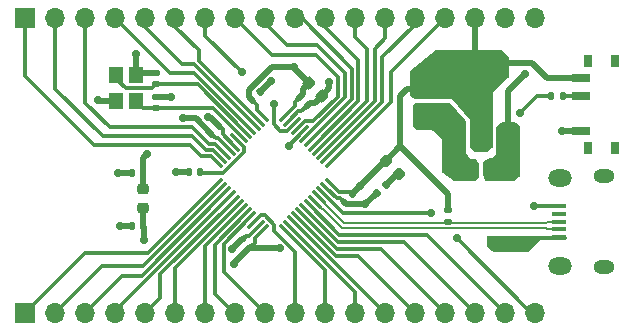
<source format=gbr>
%TF.GenerationSoftware,KiCad,Pcbnew,9.0.1*%
%TF.CreationDate,2025-04-04T14:44:14+02:00*%
%TF.ProjectId,stm32_red_pill,73746d33-325f-4726-9564-5f70696c6c2e,rev?*%
%TF.SameCoordinates,Original*%
%TF.FileFunction,Copper,L1,Top*%
%TF.FilePolarity,Positive*%
%FSLAX46Y46*%
G04 Gerber Fmt 4.6, Leading zero omitted, Abs format (unit mm)*
G04 Created by KiCad (PCBNEW 9.0.1) date 2025-04-04 14:44:14*
%MOMM*%
%LPD*%
G01*
G04 APERTURE LIST*
G04 Aperture macros list*
%AMRoundRect*
0 Rectangle with rounded corners*
0 $1 Rounding radius*
0 $2 $3 $4 $5 $6 $7 $8 $9 X,Y pos of 4 corners*
0 Add a 4 corners polygon primitive as box body*
4,1,4,$2,$3,$4,$5,$6,$7,$8,$9,$2,$3,0*
0 Add four circle primitives for the rounded corners*
1,1,$1+$1,$2,$3*
1,1,$1+$1,$4,$5*
1,1,$1+$1,$6,$7*
1,1,$1+$1,$8,$9*
0 Add four rect primitives between the rounded corners*
20,1,$1+$1,$2,$3,$4,$5,0*
20,1,$1+$1,$4,$5,$6,$7,0*
20,1,$1+$1,$6,$7,$8,$9,0*
20,1,$1+$1,$8,$9,$2,$3,0*%
G04 Aperture macros list end*
%TA.AperFunction,SMDPad,CuDef*%
%ADD10RoundRect,0.135000X-0.185000X0.135000X-0.185000X-0.135000X0.185000X-0.135000X0.185000X0.135000X0*%
%TD*%
%TA.AperFunction,SMDPad,CuDef*%
%ADD11RoundRect,0.225000X-0.335876X-0.017678X-0.017678X-0.335876X0.335876X0.017678X0.017678X0.335876X0*%
%TD*%
%TA.AperFunction,SMDPad,CuDef*%
%ADD12RoundRect,0.140000X0.140000X0.170000X-0.140000X0.170000X-0.140000X-0.170000X0.140000X-0.170000X0*%
%TD*%
%TA.AperFunction,ComponentPad*%
%ADD13R,1.700000X1.700000*%
%TD*%
%TA.AperFunction,ComponentPad*%
%ADD14O,1.700000X1.700000*%
%TD*%
%TA.AperFunction,SMDPad,CuDef*%
%ADD15RoundRect,0.075000X-0.521491X0.415425X0.415425X-0.521491X0.521491X-0.415425X-0.415425X0.521491X0*%
%TD*%
%TA.AperFunction,SMDPad,CuDef*%
%ADD16RoundRect,0.075000X-0.521491X-0.415425X-0.415425X-0.521491X0.521491X0.415425X0.415425X0.521491X0*%
%TD*%
%TA.AperFunction,SMDPad,CuDef*%
%ADD17R,1.300000X0.450000*%
%TD*%
%TA.AperFunction,HeatsinkPad*%
%ADD18O,1.800000X1.150000*%
%TD*%
%TA.AperFunction,HeatsinkPad*%
%ADD19O,2.000000X1.450000*%
%TD*%
%TA.AperFunction,SMDPad,CuDef*%
%ADD20RoundRect,0.140000X0.170000X-0.140000X0.170000X0.140000X-0.170000X0.140000X-0.170000X-0.140000X0*%
%TD*%
%TA.AperFunction,SMDPad,CuDef*%
%ADD21R,0.800000X1.000000*%
%TD*%
%TA.AperFunction,SMDPad,CuDef*%
%ADD22R,1.500000X0.700000*%
%TD*%
%TA.AperFunction,SMDPad,CuDef*%
%ADD23RoundRect,0.140000X-0.219203X-0.021213X-0.021213X-0.219203X0.219203X0.021213X0.021213X0.219203X0*%
%TD*%
%TA.AperFunction,SMDPad,CuDef*%
%ADD24RoundRect,0.140000X0.219203X0.021213X0.021213X0.219203X-0.219203X-0.021213X-0.021213X-0.219203X0*%
%TD*%
%TA.AperFunction,SMDPad,CuDef*%
%ADD25RoundRect,0.135000X-0.035355X0.226274X-0.226274X0.035355X0.035355X-0.226274X0.226274X-0.035355X0*%
%TD*%
%TA.AperFunction,SMDPad,CuDef*%
%ADD26RoundRect,0.375000X0.375000X-0.625000X0.375000X0.625000X-0.375000X0.625000X-0.375000X-0.625000X0*%
%TD*%
%TA.AperFunction,SMDPad,CuDef*%
%ADD27RoundRect,0.500000X1.400000X-0.500000X1.400000X0.500000X-1.400000X0.500000X-1.400000X-0.500000X0*%
%TD*%
%TA.AperFunction,SMDPad,CuDef*%
%ADD28RoundRect,0.218750X-0.256250X0.218750X-0.256250X-0.218750X0.256250X-0.218750X0.256250X0.218750X0*%
%TD*%
%TA.AperFunction,SMDPad,CuDef*%
%ADD29RoundRect,0.135000X0.135000X0.185000X-0.135000X0.185000X-0.135000X-0.185000X0.135000X-0.185000X0*%
%TD*%
%TA.AperFunction,SMDPad,CuDef*%
%ADD30RoundRect,0.140000X-0.021213X0.219203X-0.219203X0.021213X0.021213X-0.219203X0.219203X-0.021213X0*%
%TD*%
%TA.AperFunction,SMDPad,CuDef*%
%ADD31RoundRect,0.250000X-0.475000X0.250000X-0.475000X-0.250000X0.475000X-0.250000X0.475000X0.250000X0*%
%TD*%
%TA.AperFunction,SMDPad,CuDef*%
%ADD32RoundRect,0.250000X0.250000X0.475000X-0.250000X0.475000X-0.250000X-0.475000X0.250000X-0.475000X0*%
%TD*%
%TA.AperFunction,SMDPad,CuDef*%
%ADD33R,1.200000X1.400000*%
%TD*%
%TA.AperFunction,SMDPad,CuDef*%
%ADD34RoundRect,0.218750X0.335876X0.026517X0.026517X0.335876X-0.335876X-0.026517X-0.026517X-0.335876X0*%
%TD*%
%TA.AperFunction,SMDPad,CuDef*%
%ADD35RoundRect,0.140000X0.021213X-0.219203X0.219203X-0.021213X-0.021213X0.219203X-0.219203X0.021213X0*%
%TD*%
%TA.AperFunction,ViaPad*%
%ADD36C,0.700000*%
%TD*%
%TA.AperFunction,Conductor*%
%ADD37C,0.500000*%
%TD*%
%TA.AperFunction,Conductor*%
%ADD38C,0.300000*%
%TD*%
%TA.AperFunction,Conductor*%
%ADD39C,0.200000*%
%TD*%
G04 APERTURE END LIST*
D10*
%TO.P,R2,1*%
%TO.N,+3.3V*%
X123700000Y-105240001D03*
%TO.P,R2,2*%
%TO.N,/USB_D+*%
X123700000Y-106259999D03*
%TD*%
D11*
%TO.P,C5,1*%
%TO.N,+3.3V*%
X111923241Y-94483901D03*
%TO.P,C5,2*%
%TO.N,GND*%
X113019257Y-95579917D03*
%TD*%
D12*
%TO.P,C7,1*%
%TO.N,+3.3VA*%
X97880000Y-102112499D03*
%TO.P,C7,2*%
%TO.N,GND*%
X96920000Y-102112499D03*
%TD*%
D13*
%TO.P,J2,1,Pin_1*%
%TO.N,/PA2*%
X87900000Y-89000000D03*
D14*
%TO.P,J2,2,Pin_2*%
%TO.N,/PA1*%
X90440000Y-89000000D03*
%TO.P,J2,3,Pin_3*%
%TO.N,/PA0*%
X92980000Y-89000000D03*
%TO.P,J2,4,Pin_4*%
%TO.N,/PC15*%
X95520000Y-89000000D03*
%TO.P,J2,5,Pin_5*%
%TO.N,/PC14*%
X98060000Y-89000000D03*
%TO.P,J2,6,Pin_6*%
%TO.N,/PC13*%
X100600000Y-89000000D03*
%TO.P,J2,7,Pin_7*%
%TO.N,/PB9*%
X103140000Y-89000000D03*
%TO.P,J2,8,Pin_8*%
%TO.N,/PB8*%
X105680000Y-89000000D03*
%TO.P,J2,9,Pin_9*%
%TO.N,/PB7*%
X108220000Y-89000000D03*
%TO.P,J2,10,Pin_10*%
%TO.N,/PB6*%
X110760000Y-89000000D03*
%TO.P,J2,11,Pin_11*%
%TO.N,/PB5*%
X113300000Y-89000000D03*
%TO.P,J2,12,Pin_12*%
%TO.N,/PB4*%
X115840000Y-89000000D03*
%TO.P,J2,13,Pin_13*%
%TO.N,/PB3*%
X118380000Y-89000000D03*
%TO.P,J2,14,Pin_14*%
%TO.N,/PA15*%
X120920000Y-89000000D03*
%TO.P,J2,15,Pin_15*%
%TO.N,/PA14*%
X123460000Y-89000000D03*
%TO.P,J2,16,Pin_16*%
%TO.N,+3.3V*%
X126000000Y-89000000D03*
%TO.P,J2,17,Pin_17*%
%TO.N,GND*%
X128540000Y-89000000D03*
%TO.P,J2,18,Pin_18*%
%TO.N,VBUS*%
X131080000Y-89000000D03*
%TD*%
D15*
%TO.P,U1,1,VBAT*%
%TO.N,+3.3V*%
X107951212Y-97262124D03*
%TO.P,U1,2,PC13*%
%TO.N,/PC13*%
X107597658Y-97615678D03*
%TO.P,U1,3,PC14*%
%TO.N,/PC14*%
X107244105Y-97969231D03*
%TO.P,U1,4,PC15*%
%TO.N,/PC15*%
X106890551Y-98322785D03*
%TO.P,U1,5,PD0*%
%TO.N,/HSE_IN*%
X106536998Y-98676338D03*
%TO.P,U1,6,PD1*%
%TO.N,/HSE_OUT*%
X106183445Y-99029891D03*
%TO.P,U1,7,NRST*%
%TO.N,/NRST*%
X105829891Y-99383445D03*
%TO.P,U1,8,VSSA*%
%TO.N,GND*%
X105476338Y-99736998D03*
%TO.P,U1,9,VDDA*%
%TO.N,+3.3VA*%
X105122785Y-100090551D03*
%TO.P,U1,10,PA0*%
%TO.N,/PA0*%
X104769231Y-100444105D03*
%TO.P,U1,11,PA1*%
%TO.N,/PA1*%
X104415678Y-100797658D03*
%TO.P,U1,12,PA2*%
%TO.N,/PA2*%
X104062124Y-101151212D03*
D16*
%TO.P,U1,13,PA3*%
%TO.N,/PA3*%
X104062124Y-103148788D03*
%TO.P,U1,14,PA4*%
%TO.N,/PA4*%
X104415678Y-103502342D03*
%TO.P,U1,15,PA5*%
%TO.N,/PA5*%
X104769231Y-103855895D03*
%TO.P,U1,16,PA6*%
%TO.N,/PA6*%
X105122785Y-104209449D03*
%TO.P,U1,17,PA7*%
%TO.N,/PA7*%
X105476338Y-104563002D03*
%TO.P,U1,18,PB0*%
%TO.N,/PB0*%
X105829891Y-104916555D03*
%TO.P,U1,19,PB1*%
%TO.N,/PB1*%
X106183445Y-105270109D03*
%TO.P,U1,20,PB2*%
%TO.N,/PB2*%
X106536998Y-105623662D03*
%TO.P,U1,21,PB10*%
%TO.N,/PB10*%
X106890551Y-105977215D03*
%TO.P,U1,22,PB11*%
%TO.N,/PB11*%
X107244105Y-106330769D03*
%TO.P,U1,23,VSS*%
%TO.N,GND*%
X107597658Y-106684322D03*
%TO.P,U1,24,VDD*%
%TO.N,+3.3V*%
X107951212Y-107037876D03*
D15*
%TO.P,U1,25,PB12*%
%TO.N,/PB12*%
X109948788Y-107037876D03*
%TO.P,U1,26,PB13*%
%TO.N,/PB13*%
X110302342Y-106684322D03*
%TO.P,U1,27,PB14*%
%TO.N,/PB14*%
X110655895Y-106330769D03*
%TO.P,U1,28,PB15*%
%TO.N,/PB15*%
X111009449Y-105977215D03*
%TO.P,U1,29,PA8*%
%TO.N,/PA8*%
X111363002Y-105623662D03*
%TO.P,U1,30,PA9*%
%TO.N,/PA9*%
X111716555Y-105270109D03*
%TO.P,U1,31,PA10*%
%TO.N,/PA10*%
X112070109Y-104916555D03*
%TO.P,U1,32,PA11*%
%TO.N,/USB_D-*%
X112423662Y-104563002D03*
%TO.P,U1,33,PA12*%
%TO.N,/USB_D+*%
X112777215Y-104209449D03*
%TO.P,U1,34,PA13*%
%TO.N,/PA13*%
X113130769Y-103855895D03*
%TO.P,U1,35,VSS*%
%TO.N,GND*%
X113484322Y-103502342D03*
%TO.P,U1,36,VDD*%
%TO.N,+3.3V*%
X113837876Y-103148788D03*
D16*
%TO.P,U1,37,PA14*%
%TO.N,/PA14*%
X113837876Y-101151212D03*
%TO.P,U1,38,PA15*%
%TO.N,/PA15*%
X113484322Y-100797658D03*
%TO.P,U1,39,PB3*%
%TO.N,/PB3*%
X113130769Y-100444105D03*
%TO.P,U1,40,PB4*%
%TO.N,/PB4*%
X112777215Y-100090551D03*
%TO.P,U1,41,PB5*%
%TO.N,/PB5*%
X112423662Y-99736998D03*
%TO.P,U1,42,PB6*%
%TO.N,/PB6*%
X112070109Y-99383445D03*
%TO.P,U1,43,PB7*%
%TO.N,/PB7*%
X111716555Y-99029891D03*
%TO.P,U1,44,BOOT0*%
%TO.N,/BOOT0*%
X111363002Y-98676338D03*
%TO.P,U1,45,PB8*%
%TO.N,/PB8*%
X111009449Y-98322785D03*
%TO.P,U1,46,PB9*%
%TO.N,/PB9*%
X110655895Y-97969231D03*
%TO.P,U1,47,VSS*%
%TO.N,GND*%
X110302342Y-97615678D03*
%TO.P,U1,48,VDD*%
%TO.N,+3.3V*%
X109948788Y-97262124D03*
%TD*%
D17*
%TO.P,J1,1,VBUS*%
%TO.N,VBUS*%
X133095000Y-107555000D03*
%TO.P,J1,2,D-*%
%TO.N,/USB_D-*%
X133095000Y-106905000D03*
%TO.P,J1,3,D+*%
%TO.N,/USB_D+*%
X133095000Y-106255000D03*
%TO.P,J1,4,ID*%
%TO.N,unconnected-(J1-ID-Pad4)*%
X133095000Y-105605000D03*
%TO.P,J1,5,GND*%
%TO.N,GND*%
X133095000Y-104955000D03*
D18*
%TO.P,J1,6,Shield*%
%TO.N,unconnected-(J1-Shield-Pad6)_2*%
X136945000Y-110130000D03*
D19*
%TO.N,unconnected-(J1-Shield-Pad6)_3*%
X133145000Y-109980000D03*
%TO.N,unconnected-(J1-Shield-Pad6)*%
X133145000Y-102530000D03*
D18*
%TO.N,unconnected-(J1-Shield-Pad6)_1*%
X136945000Y-102380000D03*
%TD*%
D20*
%TO.P,C11,1*%
%TO.N,/HSE_OUT*%
X98950000Y-96660000D03*
%TO.P,C11,2*%
%TO.N,GND*%
X98950000Y-95700000D03*
%TD*%
D13*
%TO.P,J3,1,Pin_1*%
%TO.N,/PA3*%
X87900000Y-114000000D03*
D14*
%TO.P,J3,2,Pin_2*%
%TO.N,/PA4*%
X90440000Y-114000000D03*
%TO.P,J3,3,Pin_3*%
%TO.N,/PA5*%
X92980000Y-114000000D03*
%TO.P,J3,4,Pin_4*%
%TO.N,/PA6*%
X95520000Y-114000000D03*
%TO.P,J3,5,Pin_5*%
%TO.N,/PA7*%
X98060000Y-114000000D03*
%TO.P,J3,6,Pin_6*%
%TO.N,/PB0*%
X100600000Y-114000000D03*
%TO.P,J3,7,Pin_7*%
%TO.N,/PB1*%
X103140000Y-114000000D03*
%TO.P,J3,8,Pin_8*%
%TO.N,/PB2*%
X105680000Y-114000000D03*
%TO.P,J3,9,Pin_9*%
%TO.N,/PB10*%
X108220000Y-114000000D03*
%TO.P,J3,10,Pin_10*%
%TO.N,/PB11*%
X110760000Y-114000000D03*
%TO.P,J3,11,Pin_11*%
%TO.N,/PB12*%
X113300000Y-114000000D03*
%TO.P,J3,12,Pin_12*%
%TO.N,/PB13*%
X115840000Y-114000000D03*
%TO.P,J3,13,Pin_13*%
%TO.N,/PB14*%
X118380000Y-114000000D03*
%TO.P,J3,14,Pin_14*%
%TO.N,/PB15*%
X120920000Y-114000000D03*
%TO.P,J3,15,Pin_15*%
%TO.N,/PA8*%
X123460000Y-114000000D03*
%TO.P,J3,16,Pin_16*%
%TO.N,/PA9*%
X126000000Y-114000000D03*
%TO.P,J3,17,Pin_17*%
%TO.N,/PA10*%
X128540000Y-114000000D03*
%TO.P,J3,18,Pin_18*%
%TO.N,/PA13*%
X131080000Y-114000000D03*
%TD*%
D21*
%TO.P,SW1,*%
%TO.N,*%
X135595000Y-100000000D03*
X137805000Y-100000000D03*
X135595000Y-92700000D03*
X137805000Y-92700000D03*
D22*
%TO.P,SW1,1,A*%
%TO.N,GND*%
X134945000Y-98600000D03*
%TO.P,SW1,2,B*%
%TO.N,/SW_BOOT0*%
X134945000Y-95600000D03*
%TO.P,SW1,3,C*%
%TO.N,+3.3V*%
X134945000Y-94100000D03*
%TD*%
D12*
%TO.P,C9,1*%
%TO.N,/NRST*%
X102690589Y-102089411D03*
%TO.P,C9,2*%
%TO.N,GND*%
X101730589Y-102089411D03*
%TD*%
D23*
%TO.P,C2,1*%
%TO.N,+3.3V*%
X111071178Y-95753158D03*
%TO.P,C2,2*%
%TO.N,GND*%
X111750000Y-96431980D03*
%TD*%
D24*
%TO.P,C4,1*%
%TO.N,+3.3V*%
X107000000Y-108378822D03*
%TO.P,C4,2*%
%TO.N,GND*%
X106321178Y-107700000D03*
%TD*%
D20*
%TO.P,C10,1*%
%TO.N,/HSE_IN*%
X98950000Y-94640000D03*
%TO.P,C10,2*%
%TO.N,GND*%
X98950000Y-93680000D03*
%TD*%
D25*
%TO.P,R3,1*%
%TO.N,/PWR_LED_K*%
X118410624Y-103139376D03*
%TO.P,R3,2*%
%TO.N,GND*%
X117689376Y-103860624D03*
%TD*%
D26*
%TO.P,U2,1,GND*%
%TO.N,GND*%
X124200000Y-99150000D03*
%TO.P,U2,2,VO*%
%TO.N,+3.3V*%
X126500000Y-99149999D03*
D27*
X126500000Y-92850001D03*
D26*
%TO.P,U2,3,VI*%
%TO.N,VBUS*%
X128800000Y-99150000D03*
%TD*%
D28*
%TO.P,FB1,1*%
%TO.N,+3.3VA*%
X97900000Y-103512499D03*
%TO.P,FB1,2*%
%TO.N,+3.3V*%
X97900000Y-105087501D03*
%TD*%
D29*
%TO.P,R1,1*%
%TO.N,/SW_BOOT0*%
X133409999Y-95650000D03*
%TO.P,R1,2*%
%TO.N,/BOOT0*%
X132390001Y-95650000D03*
%TD*%
D30*
%TO.P,C3,1*%
%TO.N,+3.3V*%
X115550000Y-103950000D03*
%TO.P,C3,2*%
%TO.N,GND*%
X114871178Y-104628822D03*
%TD*%
D31*
%TO.P,C12,1*%
%TO.N,+3.3V*%
X121650000Y-95050001D03*
%TO.P,C12,2*%
%TO.N,GND*%
X121650000Y-96949999D03*
%TD*%
D32*
%TO.P,C13,1*%
%TO.N,VBUS*%
X127449999Y-101900000D03*
%TO.P,C13,2*%
%TO.N,GND*%
X125550001Y-101900000D03*
%TD*%
D33*
%TO.P,Y1,1,1*%
%TO.N,/HSE_IN*%
X95600000Y-93840000D03*
%TO.P,Y1,2,2*%
%TO.N,GND*%
X95600000Y-96040000D03*
%TO.P,Y1,3,3*%
%TO.N,/HSE_OUT*%
X97300000Y-96040000D03*
%TO.P,Y1,4,4*%
%TO.N,GND*%
X97300000Y-93840000D03*
%TD*%
D34*
%TO.P,D1,1,K*%
%TO.N,/PWR_LED_K*%
X119556847Y-102206847D03*
%TO.P,D1,2,A*%
%TO.N,+3.3V*%
X118443153Y-101093153D03*
%TD*%
D35*
%TO.P,C1,1*%
%TO.N,+3.3V*%
X107071178Y-95928822D03*
%TO.P,C1,2*%
%TO.N,GND*%
X107750000Y-95250000D03*
%TD*%
%TO.P,C6,1*%
%TO.N,+3.3VA*%
X103671178Y-98828822D03*
%TO.P,C6,2*%
%TO.N,GND*%
X104350000Y-98150000D03*
%TD*%
D12*
%TO.P,C8,1*%
%TO.N,+3.3V*%
X97880000Y-106662499D03*
%TO.P,C8,2*%
%TO.N,GND*%
X96920000Y-106662499D03*
%TD*%
D36*
%TO.N,+3.3V*%
X105550000Y-109850000D03*
X109480025Y-108519975D03*
X116275000Y-103225000D03*
X97950000Y-107850000D03*
X110700000Y-93150000D03*
X121800000Y-93700000D03*
%TO.N,GND*%
X108703285Y-94353285D03*
X123600000Y-100800000D03*
X121400000Y-98100000D03*
X94100000Y-96000000D03*
X100710589Y-102089411D03*
X97300000Y-92050000D03*
X124350000Y-100800000D03*
X103361864Y-97388136D03*
X95900000Y-106662499D03*
X122200000Y-98100000D03*
X116700000Y-104789411D03*
X105450000Y-108550000D03*
X133350000Y-98600000D03*
X124350000Y-102400000D03*
X113650000Y-94400000D03*
X100260000Y-95700000D03*
X123800000Y-97300000D03*
X95750000Y-102112499D03*
X124350000Y-101750000D03*
X130950000Y-104955000D03*
%TO.N,+3.3VA*%
X98200000Y-100550000D03*
X101260589Y-97489411D03*
%TO.N,VBUS*%
X128950000Y-100900000D03*
X128950000Y-101650000D03*
X130250000Y-108050000D03*
X127950000Y-108050000D03*
X129150000Y-108050000D03*
X128950000Y-102400000D03*
X130200000Y-93800000D03*
%TO.N,/BOOT0*%
X129800000Y-97050000D03*
X110200000Y-99850000D03*
%TO.N,/PB9*%
X106225000Y-93625000D03*
X108950000Y-96300000D03*
%TO.N,/PA13*%
X122250000Y-105500000D03*
X124425000Y-107675000D03*
%TD*%
D37*
%TO.N,+3.3V*%
X132100000Y-94100000D02*
X130850001Y-92850001D01*
X134945000Y-94100000D02*
X132100000Y-94100000D01*
X130850001Y-92850001D02*
X126500000Y-92850001D01*
X111410589Y-94996553D02*
X111410589Y-95413747D01*
X109480025Y-108519975D02*
X107141153Y-108519975D01*
D38*
X107021178Y-108378822D02*
X107000000Y-108378822D01*
X110710589Y-96113747D02*
X111071178Y-95753158D01*
D37*
X118406847Y-101093153D02*
X116275000Y-103225000D01*
X110700000Y-93150000D02*
X110700000Y-93260660D01*
D38*
X114478499Y-103789411D02*
X115389411Y-103789411D01*
D37*
X121650000Y-95050001D02*
X120249999Y-95050001D01*
X116275000Y-103225000D02*
X116275000Y-103160572D01*
X111923241Y-94483901D02*
X111410589Y-94996553D01*
D38*
X107356805Y-107632283D02*
X107356805Y-108043195D01*
D37*
X97900000Y-105087501D02*
X97900000Y-106642499D01*
X123700000Y-103936306D02*
X123700000Y-105240001D01*
X109460050Y-108500000D02*
X109480025Y-108519975D01*
D38*
X110543195Y-96667717D02*
X110543197Y-96667717D01*
X109948788Y-97262124D02*
X110543195Y-96667717D01*
X107356805Y-108043195D02*
X107021178Y-108378822D01*
D37*
X105550000Y-109800000D02*
X106971178Y-108378822D01*
D38*
X107510589Y-96368233D02*
X107071178Y-95928822D01*
X110710589Y-96500325D02*
X110710589Y-96113747D01*
X115389411Y-103789411D02*
X115550000Y-103950000D01*
D37*
X120249999Y-95050001D02*
X119650000Y-95650000D01*
D38*
X113837876Y-103148788D02*
X114478499Y-103789411D01*
D37*
X126000000Y-89000000D02*
X126000000Y-92350001D01*
X107141153Y-108519975D02*
X107000000Y-108378822D01*
X118443153Y-101093153D02*
X118406847Y-101093153D01*
X116275000Y-103225000D02*
X115550000Y-103950000D01*
X110700000Y-93150000D02*
X108775198Y-93150000D01*
X110700000Y-93260660D02*
X111923241Y-94483901D01*
X106851975Y-95709619D02*
X107071178Y-95928822D01*
X97950000Y-107850000D02*
X97950000Y-106732499D01*
X97880000Y-106730000D02*
X97880000Y-106662499D01*
X119650000Y-95650000D02*
X119650000Y-99886306D01*
X97900000Y-106642499D02*
X97880000Y-106662499D01*
X105550000Y-109850000D02*
X105550000Y-109800000D01*
D38*
X107951212Y-97262124D02*
X107510589Y-96821501D01*
D37*
X108775198Y-93150000D02*
X106851975Y-95073223D01*
D38*
X107510589Y-96821501D02*
X107510589Y-96368233D01*
D37*
X106971178Y-108378822D02*
X107000000Y-108378822D01*
X119650000Y-99886306D02*
X118443153Y-101093153D01*
X106851975Y-95073223D02*
X106851975Y-95709619D01*
X126000000Y-92350001D02*
X126500000Y-92850001D01*
X119650000Y-99886306D02*
X123700000Y-103936306D01*
X97950000Y-106732499D02*
X97880000Y-106662499D01*
D38*
X110543197Y-96667717D02*
X110710589Y-96500325D01*
D37*
X111410589Y-95413747D02*
X111071178Y-95753158D01*
D38*
X107951212Y-107037876D02*
X107356805Y-107632283D01*
D37*
%TO.N,GND*%
X108703285Y-94353285D02*
X107806570Y-95250000D01*
X115031767Y-104789411D02*
X114871178Y-104628822D01*
D38*
X113484322Y-103502342D02*
X114271391Y-104289411D01*
D37*
X97300000Y-92050000D02*
X97300000Y-93840000D01*
D38*
X104610589Y-98871249D02*
X105476338Y-99736998D01*
D37*
X116700000Y-104789411D02*
X115031767Y-104789411D01*
X112410589Y-96189411D02*
X112410589Y-96188585D01*
D38*
X111292569Y-96889411D02*
X111750000Y-96431980D01*
D37*
X103588136Y-97388136D02*
X104350000Y-98150000D01*
X96920000Y-106662499D02*
X95900000Y-106662499D01*
D38*
X114271391Y-104289411D02*
X114531767Y-104289411D01*
D37*
X97460000Y-93680000D02*
X97300000Y-93840000D01*
D38*
X107597658Y-106684322D02*
X106842569Y-107439411D01*
D37*
X101730589Y-102089411D02*
X100710589Y-102089411D01*
D38*
X106581767Y-107439411D02*
X106321178Y-107700000D01*
D37*
X98950000Y-93680000D02*
X97460000Y-93680000D01*
X112410589Y-96189411D02*
X111992569Y-96189411D01*
D38*
X110302342Y-97615678D02*
X111028609Y-96889411D01*
D37*
X111992569Y-96189411D02*
X111750000Y-96431980D01*
D38*
X104350000Y-98150000D02*
X104610589Y-98410589D01*
D37*
X94100000Y-96000000D02*
X94140000Y-96040000D01*
X106300000Y-107700000D02*
X105450000Y-108550000D01*
X112410589Y-96188585D02*
X113019257Y-95579917D01*
X117568163Y-103921248D02*
X116700000Y-104789411D01*
X106321178Y-107700000D02*
X106300000Y-107700000D01*
X94140000Y-96040000D02*
X95600000Y-96040000D01*
X103361864Y-97388136D02*
X103588136Y-97388136D01*
X113650000Y-94949174D02*
X113019257Y-95579917D01*
X100260000Y-95700000D02*
X98950000Y-95700000D01*
X96920000Y-102112499D02*
X95750000Y-102112499D01*
D38*
X130950000Y-104955000D02*
X133095000Y-104955000D01*
X106842569Y-107439411D02*
X106581767Y-107439411D01*
X104610589Y-98410589D02*
X104610589Y-98871249D01*
D37*
X107806570Y-95250000D02*
X107750000Y-95250000D01*
X113650000Y-94400000D02*
X113650000Y-94949174D01*
X133350000Y-98600000D02*
X134945000Y-98600000D01*
D38*
X114531767Y-104289411D02*
X114871178Y-104628822D01*
X111028609Y-96889411D02*
X111292569Y-96889411D01*
D37*
%TO.N,+3.3VA*%
X97900000Y-103512499D02*
X97900000Y-102132499D01*
X97900000Y-102132499D02*
X97880000Y-102112499D01*
X102331767Y-97489411D02*
X101260589Y-97489411D01*
X103671178Y-98828822D02*
X102331767Y-97489411D01*
X97900000Y-100850000D02*
X97900000Y-102092499D01*
X98200000Y-100550000D02*
X97900000Y-100850000D01*
D38*
X104221645Y-99189411D02*
X105122785Y-100090551D01*
X103671178Y-98828822D02*
X104031767Y-99189411D01*
D37*
X97900000Y-102092499D02*
X97880000Y-102112499D01*
D38*
X104031767Y-99189411D02*
X104221645Y-99189411D01*
%TO.N,/NRST*%
X102690589Y-102089411D02*
X102700351Y-102099173D01*
X104652121Y-102099173D02*
X106424299Y-100326995D01*
X102700351Y-102099173D02*
X104652121Y-102099173D01*
X106424299Y-99977853D02*
X105829891Y-99383445D01*
X106424299Y-100326995D02*
X106424299Y-99977853D01*
%TO.N,/HSE_IN*%
X95600000Y-94140000D02*
X95600000Y-93840000D01*
X98950000Y-94640000D02*
X98650000Y-94940000D01*
X106536998Y-98676338D02*
X106536998Y-98676337D01*
X106536998Y-98676338D02*
X102500660Y-94640000D01*
X96400000Y-94940000D02*
X95600000Y-94140000D01*
X98650000Y-94940000D02*
X96400000Y-94940000D01*
X102500660Y-94640000D02*
X98950000Y-94640000D01*
%TO.N,/HSE_OUT*%
X106183445Y-99029891D02*
X103813554Y-96660000D01*
X103813554Y-96660000D02*
X98950000Y-96660000D01*
X97920000Y-96660000D02*
X97300000Y-96040000D01*
X98950000Y-96660000D02*
X97920000Y-96660000D01*
D37*
%TO.N,VBUS*%
X128800000Y-95200000D02*
X128800000Y-99150000D01*
X131080000Y-89000000D02*
X131100000Y-89020000D01*
X130200000Y-93800000D02*
X128800000Y-95200000D01*
%TO.N,/PWR_LED_K*%
X119343153Y-102206847D02*
X119556847Y-102206847D01*
X118410624Y-103139376D02*
X119343153Y-102206847D01*
D39*
%TO.N,/USB_D+*%
X114887410Y-106355000D02*
X132019999Y-106355000D01*
X132119999Y-106255000D02*
X133095000Y-106255000D01*
X112777215Y-104209449D02*
X113411449Y-104843683D01*
X132019999Y-106355000D02*
X132119999Y-106255000D01*
X113411449Y-104879039D02*
X114887410Y-106355000D01*
X113411449Y-104843683D02*
X113411449Y-104879039D01*
%TO.N,/USB_D-*%
X112423662Y-104563002D02*
X113057896Y-105197236D01*
X132119999Y-106905000D02*
X133095000Y-106905000D01*
X114701016Y-106805000D02*
X132019999Y-106805000D01*
X113057896Y-105197236D02*
X113093252Y-105197236D01*
X113093252Y-105197236D02*
X114701016Y-106805000D01*
X132019999Y-106805000D02*
X132119999Y-106905000D01*
D38*
%TO.N,/BOOT0*%
X110200000Y-99839340D02*
X111363002Y-98676338D01*
X110200000Y-99850000D02*
X110200000Y-99839340D01*
%TO.N,/SW_BOOT0*%
X134895000Y-95650000D02*
X134945000Y-95600000D01*
X133409999Y-95650000D02*
X134895000Y-95650000D01*
%TO.N,/PC15*%
X100170000Y-93650000D02*
X95520000Y-89000000D01*
X106890551Y-98322785D02*
X106296144Y-97728378D01*
X102217767Y-93650000D02*
X100170000Y-93650000D01*
X106296144Y-97728377D02*
X102217767Y-93650000D01*
X106296144Y-97728378D02*
X106296144Y-97728377D01*
%TO.N,/PB8*%
X111603856Y-97728378D02*
X112310962Y-97728378D01*
X111009449Y-98322785D02*
X111603856Y-97728378D01*
X114350000Y-95689340D02*
X114350000Y-94000000D01*
X112310962Y-97728378D02*
X114350000Y-95689340D01*
X114350000Y-94000000D02*
X112500000Y-92150000D01*
X108830000Y-92150000D02*
X105680000Y-89000000D01*
X112500000Y-92150000D02*
X108830000Y-92150000D01*
%TO.N,/PA0*%
X92980000Y-96180000D02*
X92980000Y-89000000D01*
X104014537Y-99689411D02*
X103489411Y-99689411D01*
X103489411Y-99689411D02*
X102050000Y-98250000D01*
X95050000Y-98250000D02*
X92980000Y-96180000D01*
X92900000Y-89080000D02*
X92980000Y-89000000D01*
X104769231Y-100444105D02*
X104312564Y-99987436D01*
X104769231Y-100444105D02*
X104014537Y-99689411D01*
X102050000Y-98250000D02*
X95050000Y-98250000D01*
%TO.N,/PC14*%
X102174874Y-92900000D02*
X101150000Y-92900000D01*
X107244105Y-97969231D02*
X102174874Y-92900000D01*
X98060000Y-89810000D02*
X98060000Y-89000000D01*
X101150000Y-92900000D02*
X98060000Y-89810000D01*
%TO.N,/PB6*%
X115600000Y-93300000D02*
X111300000Y-89000000D01*
X115600000Y-95853554D02*
X115600000Y-93300000D01*
X112070109Y-99383445D02*
X115600000Y-95853554D01*
X111300000Y-89000000D02*
X110760000Y-89000000D01*
%TO.N,/PB5*%
X116100000Y-92600000D02*
X113300000Y-89800000D01*
X112423662Y-99736998D02*
X116100000Y-96060660D01*
X113300000Y-89800000D02*
X113300000Y-89000000D01*
X116100000Y-96060660D02*
X116100000Y-92600000D01*
%TO.N,/PB9*%
X106225000Y-93625000D02*
X103100000Y-90500000D01*
X110061489Y-98563639D02*
X110655895Y-97969231D01*
X103100000Y-89330000D02*
X103140000Y-89290000D01*
X108950000Y-97998197D02*
X109515442Y-98563639D01*
X103100000Y-90500000D02*
X103100000Y-89330000D01*
X108950000Y-96300000D02*
X108950000Y-97998197D01*
X109515442Y-98563639D02*
X110061489Y-98563639D01*
X103140000Y-89290000D02*
X103140000Y-89000000D01*
%TO.N,/PA2*%
X93750000Y-99750000D02*
X87900000Y-93900000D01*
X101850000Y-99750000D02*
X93750000Y-99750000D01*
X102789411Y-100689411D02*
X101850000Y-99750000D01*
X104062124Y-101151212D02*
X103600323Y-100689411D01*
X87900000Y-93900000D02*
X87900000Y-89000000D01*
X103600323Y-100689411D02*
X102789411Y-100689411D01*
%TO.N,/PC13*%
X102600000Y-91750000D02*
X100600000Y-89750000D01*
X100600000Y-89750000D02*
X100600000Y-89000000D01*
X107597658Y-97615678D02*
X102600000Y-92618020D01*
X102600000Y-92618020D02*
X102600000Y-91750000D01*
%TO.N,/PB7*%
X112650000Y-91300000D02*
X110050000Y-91300000D01*
X115000000Y-93650000D02*
X112650000Y-91300000D01*
X115000000Y-95746446D02*
X115000000Y-93650000D01*
X108220000Y-89470000D02*
X108220000Y-89000000D01*
X110050000Y-91300000D02*
X108220000Y-89470000D01*
X111716555Y-99029891D02*
X115000000Y-95746446D01*
%TO.N,/PA15*%
X113484322Y-100797658D02*
X118150000Y-96131980D01*
X118150000Y-96131980D02*
X118150000Y-92350000D01*
X120920000Y-89580000D02*
X120920000Y-89000000D01*
X118150000Y-92350000D02*
X120920000Y-89580000D01*
%TO.N,/PA14*%
X113837876Y-101151212D02*
X118850000Y-96139088D01*
X118850000Y-93610000D02*
X123460000Y-89000000D01*
X118850000Y-96139088D02*
X118850000Y-93610000D01*
%TO.N,/PB4*%
X116850000Y-96017767D02*
X116850000Y-91600000D01*
X116850000Y-91600000D02*
X115840000Y-90590000D01*
X112777215Y-100090551D02*
X116850000Y-96017767D01*
X115840000Y-90590000D02*
X115840000Y-89000000D01*
%TO.N,/PB3*%
X113130769Y-100444105D02*
X117500000Y-96074874D01*
X118380000Y-90745000D02*
X118380000Y-89000000D01*
X117500000Y-91625000D02*
X118380000Y-90745000D01*
X117500000Y-96074874D02*
X117500000Y-91625000D01*
%TO.N,/PA1*%
X94500000Y-99050000D02*
X90440000Y-94990000D01*
X103807431Y-100189411D02*
X103189411Y-100189411D01*
X102050000Y-99050000D02*
X94500000Y-99050000D01*
X103189411Y-100189411D02*
X102050000Y-99050000D01*
X90440000Y-94990000D02*
X90440000Y-89000000D01*
X104415678Y-100797658D02*
X103807431Y-100189411D01*
%TO.N,/PA9*%
X119950000Y-107950000D02*
X126000000Y-114000000D01*
X114396446Y-107950000D02*
X119950000Y-107950000D01*
X111716555Y-105270109D02*
X114396446Y-107950000D01*
%TO.N,/PA7*%
X99350000Y-110689340D02*
X99350000Y-112710000D01*
X99350000Y-112710000D02*
X98060000Y-114000000D01*
X105476338Y-104563002D02*
X99350000Y-110689340D01*
%TO.N,/PA3*%
X92950000Y-108950000D02*
X87900000Y-114000000D01*
X104062124Y-103148788D02*
X98260912Y-108950000D01*
X98260912Y-108950000D02*
X92950000Y-108950000D01*
%TO.N,/PA8*%
X111363002Y-105623662D02*
X114289340Y-108550000D01*
X114289340Y-108550000D02*
X118010000Y-108550000D01*
X118010000Y-108550000D02*
X123460000Y-114000000D01*
%TO.N,/PB14*%
X110655895Y-106330769D02*
X118325126Y-114000000D01*
X118325126Y-114000000D02*
X118380000Y-114000000D01*
%TO.N,/PA6*%
X105122785Y-104209449D02*
X95520000Y-113812234D01*
X95520000Y-113812234D02*
X95520000Y-114000000D01*
%TO.N,/PB12*%
X113300000Y-110389088D02*
X113300000Y-114000000D01*
X109948788Y-107037876D02*
X113300000Y-110389088D01*
%TO.N,/PB15*%
X116070000Y-109150000D02*
X120920000Y-114000000D01*
X114182234Y-109150000D02*
X116070000Y-109150000D01*
X111009449Y-105977215D02*
X114182234Y-109150000D01*
%TO.N,/PB1*%
X103140000Y-114000000D02*
X103140000Y-108313554D01*
X103140000Y-108313554D02*
X106183445Y-105270109D01*
%TO.N,/PB2*%
X106536997Y-105623662D02*
X103950000Y-108210659D01*
X103950000Y-112350000D02*
X105600000Y-114000000D01*
X105600000Y-114000000D02*
X105680000Y-114000000D01*
X103950000Y-108210659D02*
X103950000Y-112350000D01*
X106536998Y-105623662D02*
X106536997Y-105623662D01*
%TO.N,/PA4*%
X104415678Y-103502342D02*
X97918020Y-110000000D01*
X94440000Y-110000000D02*
X90440000Y-114000000D01*
X97918020Y-110000000D02*
X94440000Y-110000000D01*
%TO.N,/PB11*%
X107838511Y-105736361D02*
X108187655Y-105736361D01*
X110760000Y-108810000D02*
X110760000Y-114000000D01*
X109000827Y-107050827D02*
X110760000Y-108810000D01*
X107244105Y-106330769D02*
X107838511Y-105736361D01*
X108187655Y-105736361D02*
X109000827Y-106549533D01*
X109000827Y-106549533D02*
X109000827Y-107050827D01*
%TO.N,/PB10*%
X104750000Y-110530000D02*
X108220000Y-114000000D01*
X106890551Y-105977215D02*
X104750000Y-108117766D01*
X104750000Y-108117766D02*
X104750000Y-110530000D01*
%TO.N,/PB13*%
X110302342Y-106684322D02*
X115840000Y-112221980D01*
X115840000Y-112221980D02*
X115840000Y-114000000D01*
%TO.N,/PA13*%
X113130769Y-103855895D02*
X114774874Y-105500000D01*
X131000000Y-114000000D02*
X131080000Y-114000000D01*
X114774874Y-105500000D02*
X122250000Y-105500000D01*
X130750000Y-114000000D02*
X131080000Y-114000000D01*
X124425000Y-107675000D02*
X130750000Y-114000000D01*
%TO.N,/PA10*%
X112070109Y-104916555D02*
X114503554Y-107350000D01*
X114503554Y-107350000D02*
X121890000Y-107350000D01*
X121890000Y-107350000D02*
X128540000Y-114000000D01*
%TO.N,/PA5*%
X96130000Y-110850000D02*
X92980000Y-114000000D01*
X97775126Y-110850000D02*
X96130000Y-110850000D01*
X104769231Y-103855895D02*
X97775126Y-110850000D01*
%TO.N,/PB0*%
X100600000Y-110146446D02*
X100600000Y-114000000D01*
X105829891Y-104916555D02*
X100600000Y-110146446D01*
%TO.N,/BOOT0*%
X132340001Y-95600000D02*
X132390001Y-95650000D01*
X131250000Y-95600000D02*
X132340001Y-95600000D01*
X129800000Y-97050000D02*
X131250000Y-95600000D01*
%TD*%
%TA.AperFunction,Conductor*%
%TO.N,VBUS*%
G36*
X133693039Y-107469685D02*
G01*
X133738794Y-107522489D01*
X133750000Y-107574000D01*
X133750000Y-107676000D01*
X133730315Y-107743039D01*
X133677511Y-107788794D01*
X133626000Y-107800000D01*
X131549999Y-107800000D01*
X130586319Y-108763681D01*
X130524996Y-108797166D01*
X130498638Y-108800000D01*
X127551362Y-108800000D01*
X127484323Y-108780315D01*
X127463681Y-108763681D01*
X127036319Y-108336319D01*
X127002834Y-108274996D01*
X127000000Y-108248638D01*
X127000000Y-107574000D01*
X127019685Y-107506961D01*
X127072489Y-107461206D01*
X127124000Y-107450000D01*
X133626000Y-107450000D01*
X133693039Y-107469685D01*
G37*
%TD.AperFunction*%
%TD*%
%TA.AperFunction,Conductor*%
%TO.N,+3.3V*%
G36*
X128171168Y-91719685D02*
G01*
X128184827Y-91729852D01*
X128806698Y-92262884D01*
X128844788Y-92321458D01*
X128850000Y-92357032D01*
X128850000Y-94042488D01*
X128830315Y-94109527D01*
X128806097Y-94137148D01*
X127500000Y-95242306D01*
X127500000Y-99901234D01*
X127480315Y-99968273D01*
X127447000Y-100002895D01*
X126981986Y-100327661D01*
X126915753Y-100349908D01*
X126910986Y-100350000D01*
X126093497Y-100350000D01*
X126026458Y-100330315D01*
X126016035Y-100322828D01*
X125596538Y-99987230D01*
X125556486Y-99929979D01*
X125550000Y-99890402D01*
X125550000Y-97650000D01*
X124000001Y-95900001D01*
X124000000Y-95900000D01*
X123999999Y-95900000D01*
X120937544Y-95900000D01*
X120870505Y-95880315D01*
X120868761Y-95879174D01*
X120505217Y-95636811D01*
X120460356Y-95583246D01*
X120450000Y-95533637D01*
X120450000Y-93559597D01*
X120469685Y-93492558D01*
X120496536Y-93462771D01*
X122666035Y-91727172D01*
X122730681Y-91700664D01*
X122743497Y-91700000D01*
X128104129Y-91700000D01*
X128171168Y-91719685D01*
G37*
%TD.AperFunction*%
%TD*%
%TA.AperFunction,Conductor*%
%TO.N,VBUS*%
G36*
X129465677Y-97869685D02*
G01*
X129486319Y-97886319D01*
X129763681Y-98163681D01*
X129797166Y-98225004D01*
X129800000Y-98251362D01*
X129800000Y-102350402D01*
X129780315Y-102417441D01*
X129753462Y-102447230D01*
X129283965Y-102822828D01*
X129219319Y-102849336D01*
X129206503Y-102850000D01*
X127350000Y-102850000D01*
X126980585Y-102850000D01*
X126913546Y-102830315D01*
X126867791Y-102777511D01*
X126867272Y-102776361D01*
X126710687Y-102424045D01*
X126700000Y-102373684D01*
X126700000Y-101218727D01*
X126719685Y-101151688D01*
X126758280Y-101113575D01*
X127069843Y-100918848D01*
X127135563Y-100900000D01*
X127449998Y-100900000D01*
X127450000Y-100900000D01*
X127800000Y-100650000D01*
X127800000Y-99948355D01*
X127801262Y-99930708D01*
X127805500Y-99901234D01*
X127805500Y-98256369D01*
X127825185Y-98189330D01*
X127853371Y-98158489D01*
X128216417Y-97876120D01*
X128281420Y-97850500D01*
X128292546Y-97850000D01*
X129398638Y-97850000D01*
X129465677Y-97869685D01*
G37*
%TD.AperFunction*%
%TD*%
%TA.AperFunction,Conductor*%
%TO.N,GND*%
G36*
X123873707Y-96225185D02*
G01*
X123899491Y-96247282D01*
X125159877Y-97670298D01*
X125168825Y-97680400D01*
X125198539Y-97743636D01*
X125200000Y-97762616D01*
X125200000Y-100450001D01*
X125549999Y-100949999D01*
X125550000Y-100950000D01*
X125942968Y-100950000D01*
X126010007Y-100969685D01*
X126037116Y-100993302D01*
X126270148Y-101265173D01*
X126298831Y-101328882D01*
X126300000Y-101345870D01*
X126300000Y-102460261D01*
X126280315Y-102527300D01*
X126276903Y-102532334D01*
X126087090Y-102798073D01*
X126032106Y-102841184D01*
X125986187Y-102850000D01*
X124241333Y-102850000D01*
X124174294Y-102830315D01*
X124166933Y-102825200D01*
X123249600Y-102137200D01*
X123207779Y-102081229D01*
X123200000Y-102038000D01*
X123200000Y-99299999D01*
X122977272Y-99061362D01*
X122500000Y-98550000D01*
X122229749Y-98540348D01*
X121148756Y-98501741D01*
X121082462Y-98479676D01*
X121065501Y-98465501D01*
X120736319Y-98136319D01*
X120702834Y-98074996D01*
X120700000Y-98048638D01*
X120700000Y-96513813D01*
X120719685Y-96446774D01*
X120751926Y-96412910D01*
X121009964Y-96228597D01*
X121075958Y-96205649D01*
X121082038Y-96205500D01*
X123806668Y-96205500D01*
X123873707Y-96225185D01*
G37*
%TD.AperFunction*%
%TD*%
M02*

</source>
